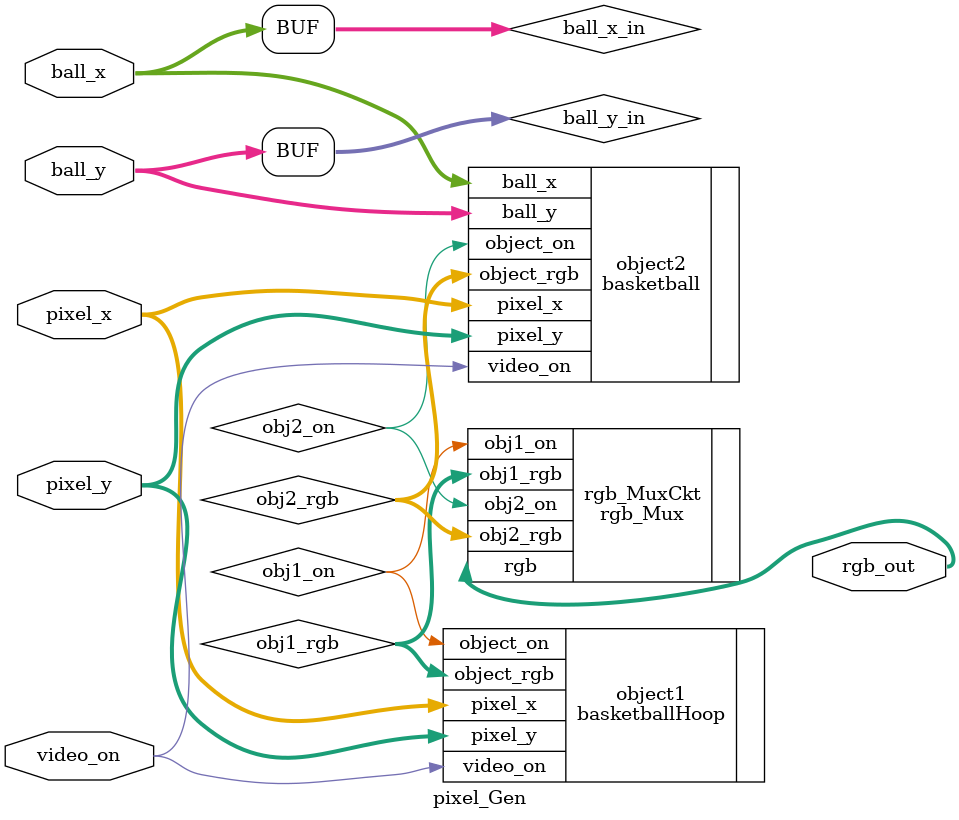
<source format=v>
`timescale 1ns / 1ps


module pixel_Gen(
    input wire [9:0] pixel_x, pixel_y,
    input wire video_on,
    input wire [9:0] ball_x, ball_y,
    output wire [11:0] rgb_out

    );
    
    //Delcare wires
    wire [9:0] ball_x_in, ball_y_in;
    assign ball_x_in = ball_x;
    assign ball_y_in = ball_y;
    //Declare objects
    wire [11:0] obj1_rgb;
    wire obj1_on;
    basketballHoop object1 (.video_on(video_on), .pixel_x(pixel_x), .pixel_y(pixel_y), 
                                     .object_rgb(obj1_rgb), .object_on(obj1_on));
    
    //In progress - Need to get (x,y) ball 
    wire [11:0] obj2_rgb;
    wire obj2_on;
    basketball object2 (.video_on(video_on), .pixel_x(pixel_x), .pixel_y(pixel_y), 
                        .ball_x(ball_x_in), .ball_y(ball_y_in),
                        .object_rgb(obj2_rgb), .object_on(obj2_on));


    //Use rgb mux to determine what rgb output should a pixel be
    rgb_Mux rgb_MuxCkt (.obj1_rgb(obj1_rgb), .obj1_on(obj1_on), .obj2_rgb(obj2_rgb), .obj2_on(obj2_on), .rgb(rgb_out));
    
    
endmodule













</source>
